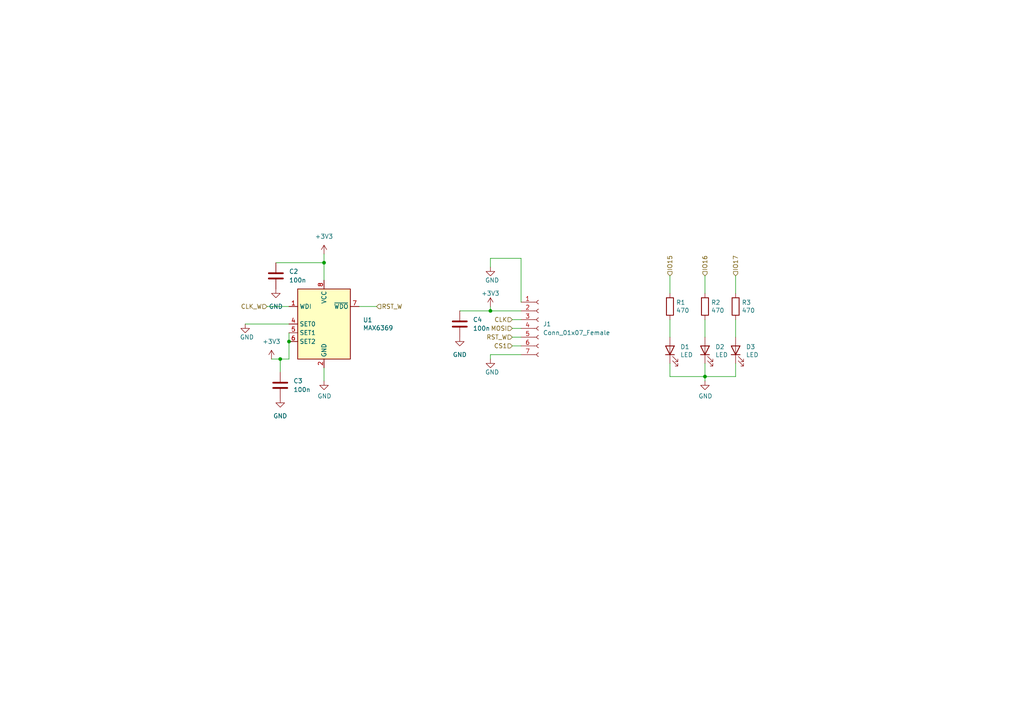
<source format=kicad_sch>
(kicad_sch (version 20211123) (generator eeschema)
  (paper "A4")
  (lib_symbols
    (symbol "Connector:Conn_01x07_Female" (pin_names (offset 1.016) hide)
      (property "Reference" "J" (at 0 10.16 0))
      (property "Value" "Conn_01x07_Female" (at 0 -10.16 0))
      (symbol "Conn_01x07_Female_1_1"
        (arc (start 0 -7.112) (mid -0.508 -7.62) (end 0 -8.128) (stroke (width 0.1524)))
        (arc (start 0 -4.572) (mid -0.508 -5.08) (end 0 -5.588) (stroke (width 0.1524)))
        (arc (start 0 -2.032) (mid -0.508 -2.54) (end 0 -3.048) (stroke (width 0.1524)))
        (polyline (pts (xy -1.27 -7.62) (xy -0.508 -7.62)) (stroke (width 0.1524)))
        (polyline (pts (xy -1.27 -5.08) (xy -0.508 -5.08)) (stroke (width 0.1524)))
        (polyline (pts (xy -1.27 -2.54) (xy -0.508 -2.54)) (stroke (width 0.1524)))
        (polyline (pts (xy -1.27 0) (xy -0.508 0)) (stroke (width 0.1524)))
        (polyline (pts (xy -1.27 2.54) (xy -0.508 2.54)) (stroke (width 0.1524)))
        (polyline (pts (xy -1.27 5.08) (xy -0.508 5.08)) (stroke (width 0.1524)))
        (polyline (pts (xy -1.27 7.62) (xy -0.508 7.62)) (stroke (width 0.1524)))
        (arc (start 0 0.508) (mid -0.508 0) (end 0 -0.508) (stroke (width 0.1524)))
        (arc (start 0 3.048) (mid -0.508 2.54) (end 0 2.032) (stroke (width 0.1524)))
        (arc (start 0 5.588) (mid -0.508 5.08) (end 0 4.572) (stroke (width 0.1524)))
        (arc (start 0 8.128) (mid -0.508 7.62) (end 0 7.112) (stroke (width 0.1524)))
        (pin passive line (at -5.08 7.62 0) (length 3.81) (name "Pin_1") (number "1"))
        (pin passive line (at -5.08 5.08 0) (length 3.81) (name "Pin_2") (number "2"))
        (pin passive line (at -5.08 2.54 0) (length 3.81) (name "Pin_3") (number "3"))
        (pin passive line (at -5.08 0 0) (length 3.81) (name "Pin_4") (number "4"))
        (pin passive line (at -5.08 -2.54 0) (length 3.81) (name "Pin_5") (number "5"))
        (pin passive line (at -5.08 -5.08 0) (length 3.81) (name "Pin_6") (number "6"))
        (pin passive line (at -5.08 -7.62 0) (length 3.81) (name "Pin_7") (number "7"))
      )
    )
    (symbol "Device:C" (pin_numbers hide) (pin_names (offset 0.254))
      (property "Reference" "C" (at 0.635 2.54 0))
      (property "Value" "C" (at 0.635 -2.54 0))
      (symbol "C_0_1"
        (polyline (pts (xy -2.032 -0.762) (xy 2.032 -0.762)) (stroke (width 0.508)))
        (polyline (pts (xy -2.032 0.762) (xy 2.032 0.762)) (stroke (width 0.508)))
      )
      (symbol "C_1_1"
        (pin passive line (at 0 3.81 270) (length 2.794) (name "~") (number "1"))
        (pin passive line (at 0 -3.81 90) (length 2.794) (name "~") (number "2"))
      )
    )
    (symbol "Device:LED" (pin_numbers hide) (pin_names (offset 1.016) hide)
      (property "Reference" "D" (at 0 2.54 0))
      (property "Value" "LED" (at 0 -2.54 0))
      (symbol "LED_0_1"
        (polyline (pts (xy -1.27 -1.27) (xy -1.27 1.27)) (stroke (width 0.254)))
        (polyline (pts (xy -1.27 0) (xy 1.27 0)))
        (polyline (pts (xy 1.27 -1.27) (xy 1.27 1.27) (xy -1.27 0) (xy 1.27 -1.27)) (stroke (width 0.254)))
        (polyline (pts (xy -3.048 -0.762) (xy -4.572 -2.286) (xy -3.81 -2.286) (xy -4.572 -2.286) (xy -4.572 -1.524)))
        (polyline (pts (xy -1.778 -0.762) (xy -3.302 -2.286) (xy -2.54 -2.286) (xy -3.302 -2.286) (xy -3.302 -1.524)))
      )
      (symbol "LED_1_1"
        (pin passive line (at -3.81 0 0) (length 2.54) (name "K") (number "1"))
        (pin passive line (at 3.81 0 180) (length 2.54) (name "A") (number "2"))
      )
    )
    (symbol "Device:R" (pin_numbers hide) (pin_names (offset 0))
      (property "Reference" "R" (at 2.032 0 90))
      (property "Value" "R" (at 0 0 90))
      (symbol "R_0_1"
        (rectangle (start -1.016 -2.54) (end 1.016 2.54) (stroke (width 0.254)))
      )
      (symbol "R_1_1"
        (pin passive line (at 0 3.81 270) (length 1.27) (name "~") (number "1"))
        (pin passive line (at 0 -3.81 90) (length 1.27) (name "~") (number "2"))
      )
    )
    (symbol "Power_Supervisor:MAX6369"
      (property "Reference" "U" (at -3.556 13.462 0))
      (property "Value" "MAX6369" (at -6.604 11.43 0))
      (symbol "MAX6369_0_1"
        (rectangle (start -7.62 10.16) (end 7.62 -10.16) (stroke (width 0.254)) (fill (type background)))
      )
      (symbol "MAX6369_1_1"
        (pin input line (at -10.16 5.08 0) (length 2.54) (name "WDI") (number "1"))
        (pin power_in line (at 0 -12.7 90) (length 2.54) (name "GND") (number "2"))
        (pin no_connect line (at 7.62 -5.08 180) (length 2.54) hide (name "NC") (number "3"))
        (pin input line (at -10.16 0 0) (length 2.54) (name "SET0") (number "4"))
        (pin input line (at -10.16 -2.54 0) (length 2.54) (name "SET1") (number "5"))
        (pin input line (at -10.16 -5.08 0) (length 2.54) (name "SET2") (number "6"))
        (pin open_collector line (at 10.16 5.08 180) (length 2.54) (name "~{WDO}") (number "7"))
        (pin power_in line (at 0 12.7 270) (length 2.54) (name "VCC") (number "8"))
      )
    )
    (symbol "power:+3.3V" (power) (pin_names (offset 0))
      (property "Value" "+3.3V" (at 0 3.556 0))
      (symbol "+3.3V_0_1"
        (polyline (pts (xy -0.762 1.27) (xy 0 2.54)))
        (polyline (pts (xy 0 0) (xy 0 2.54)))
        (polyline (pts (xy 0 2.54) (xy 0.762 1.27)))
      )
      (symbol "+3.3V_1_1"
        (pin power_in line (at 0 0 90) (length 0) hide (name "+3V3") (number "1"))
      )
    )
    (symbol "power:GND" (power) (pin_names (offset 0))
      (property "Value" "GND" (at 0 -3.81 0))
      (symbol "GND_0_1"
        (polyline (pts (xy 0 0) (xy 0 -1.27) (xy 1.27 -1.27) (xy 0 -2.54) (xy -1.27 -1.27) (xy 0 -1.27)))
      )
      (symbol "GND_1_1"
        (pin power_in line (at 0 0 270) (length 0) hide (name "GND") (number "1"))
      )
    )
  )
  (junction (at 93.98 76.2))
  (junction (at 81.28 104.14))
  (junction (at 83.82 99.06))
  (junction (at 204.47 109.22))
  (junction (at 142.24 90.17))
  (wire (pts (xy 151.13 90.17) (xy 142.24 90.17)))
  (wire (pts (xy 204.47 97.79) (xy 204.47 92.71)))
  (wire (pts (xy 213.36 109.22) (xy 204.47 109.22)))
  (wire (pts (xy 104.14 88.9) (xy 109.22 88.9)))
  (wire (pts (xy 213.36 105.41) (xy 213.36 109.22)))
  (wire (pts (xy 142.24 74.93) (xy 151.13 74.93)))
  (wire (pts (xy 133.35 90.17) (xy 142.24 90.17)))
  (wire (pts (xy 151.13 102.87) (xy 142.24 102.87)))
  (wire (pts (xy 142.24 74.93) (xy 142.24 77.47)))
  (wire (pts (xy 93.98 110.49) (xy 93.98 106.68)))
  (wire (pts (xy 81.28 104.14) (xy 81.28 107.95)))
  (wire (pts (xy 80.01 76.2) (xy 93.98 76.2)))
  (wire (pts (xy 213.36 85.09) (xy 213.36 80.01)))
  (wire (pts (xy 204.47 109.22) (xy 204.47 110.49)))
  (wire (pts (xy 194.31 105.41) (xy 194.31 109.22)))
  (wire (pts (xy 77.47 88.9) (xy 83.82 88.9)))
  (wire (pts (xy 148.59 92.71) (xy 151.13 92.71)))
  (wire (pts (xy 83.82 104.14) (xy 83.82 99.06)))
  (wire (pts (xy 213.36 97.79) (xy 213.36 92.71)))
  (wire (pts (xy 204.47 105.41) (xy 204.47 109.22)))
  (wire (pts (xy 78.74 104.14) (xy 81.28 104.14)))
  (wire (pts (xy 148.59 95.25) (xy 151.13 95.25)))
  (wire (pts (xy 194.31 85.09) (xy 194.31 80.01)))
  (wire (pts (xy 194.31 97.79) (xy 194.31 92.71)))
  (wire (pts (xy 204.47 85.09) (xy 204.47 80.01)))
  (wire (pts (xy 71.12 93.98) (xy 83.82 93.98)))
  (wire (pts (xy 148.59 97.79) (xy 151.13 97.79)))
  (wire (pts (xy 93.98 76.2) (xy 93.98 81.28)))
  (wire (pts (xy 83.82 96.52) (xy 83.82 99.06)))
  (wire (pts (xy 148.59 100.33) (xy 151.13 100.33)))
  (wire (pts (xy 151.13 74.93) (xy 151.13 87.63)))
  (wire (pts (xy 194.31 109.22) (xy 204.47 109.22)))
  (wire (pts (xy 142.24 90.17) (xy 142.24 88.9)))
  (wire (pts (xy 81.28 104.14) (xy 83.82 104.14)))
  (wire (pts (xy 142.24 102.87) (xy 142.24 104.14)))
  (wire (pts (xy 93.98 73.66) (xy 93.98 76.2)))
  (hierarchical_label "MOSI" (shape input) (at 148.59 95.25 180))
  (hierarchical_label "CLK" (shape input) (at 148.59 92.71 180))
  (hierarchical_label "CLK_W" (shape input) (at 77.47 88.9 180))
  (hierarchical_label "RST_W" (shape input) (at 148.59 97.79 180))
  (hierarchical_label "IO16" (shape input) (at 204.47 80.01 90))
  (hierarchical_label "CS1" (shape input) (at 148.59 100.33 180))
  (hierarchical_label "IO17" (shape input) (at 213.36 80.01 90))
  (hierarchical_label "RST_W" (shape input) (at 109.22 88.9 0))
  (hierarchical_label "IO15" (shape input) (at 194.31 80.01 90))
  (symbol (lib_id "Device:C") (at 133.35 93.98 0) (unit 1)
    (property "Reference" "C4" (at 137.16 92.7099 0) (effects (justify left)))
    (property "Value" "100n" (at 137.16 95.2499 0) (effects (justify left)))
  )
  (symbol (lib_id "power:GND") (at 71.12 93.98 0) (unit 1)
    (property "Reference" "#PWR?" (effects hide))
    (property "Value" "GND" (at 73.66 97.79 0) (effects (justify right)))
  )
  (symbol (lib_id "Device:LED") (at 213.36 101.6 90) (unit 1)
    (property "Reference" "D3" (at 216.3572 100.6094 90) (effects (justify right)))
    (property "Value" "LED" (at 216.3572 102.9208 90) (effects (justify right)))
    (property "Footprint" "LED_SMD:LED_0805_2012Metric_Pad1.15x1.40mm_HandSolder" (effects hide))
  )
  (symbol (lib_id "Power_Supervisor:MAX6369") (at 93.98 93.98 0) (unit 1)
    (property "Reference" "U1" (at 105.2576 92.8116 0) (effects (justify left)))
    (property "Value" "MAX6369" (at 105.2576 95.123 0) (effects (justify left)))
    (property "Footprint" "Package_TO_SOT_SMD:SOT-23-8" (effects hide))
    (property "Datasheet" "https://datasheets.maximintegrated.com/en/ds/MAX6369-MAX6374.pdf" (effects hide))
  )
  (symbol (lib_id "Device:R") (at 204.47 88.9 0) (unit 1)
    (property "Reference" "R2" (at 206.248 87.7316 0) (effects (justify left)))
    (property "Value" "470" (at 206.248 90.043 0) (effects (justify left)))
    (property "Footprint" "Resistor_SMD:R_0805_2012Metric_Pad1.20x1.40mm_HandSolder" (effects hide))
  )
  (symbol (lib_id "Device:C") (at 81.28 111.76 0) (unit 1)
    (property "Reference" "C3" (at 85.09 110.4899 0) (effects (justify left)))
    (property "Value" "100n" (at 85.09 113.0299 0) (effects (justify left)))
  )
  (symbol (lib_id "power:GND") (at 133.35 97.79 0) (unit 1)
    (property "Reference" "#PWR?" (effects hide))
    (property "Value" "GND" (at 133.35 102.87 0))
  )
  (symbol (lib_id "power:GND") (at 142.24 104.14 0) (unit 1)
    (property "Reference" "#PWR?" (effects hide))
    (property "Value" "GND" (at 144.78 107.95 0) (effects (justify right)))
  )
  (symbol (lib_id "Device:R") (at 213.36 88.9 0) (unit 1)
    (property "Reference" "R3" (at 215.138 87.7316 0) (effects (justify left)))
    (property "Value" "470" (at 215.138 90.043 0) (effects (justify left)))
    (property "Footprint" "Resistor_SMD:R_0805_2012Metric_Pad1.20x1.40mm_HandSolder" (effects hide))
  )
  (symbol (lib_id "Device:R") (at 194.31 88.9 0) (unit 1)
    (property "Reference" "R1" (at 196.088 87.7316 0) (effects (justify left)))
    (property "Value" "470" (at 196.088 90.043 0) (effects (justify left)))
    (property "Footprint" "Resistor_SMD:R_0805_2012Metric_Pad1.20x1.40mm_HandSolder" (effects hide))
  )
  (symbol (lib_id "power:GND") (at 142.24 77.47 0) (unit 1)
    (property "Reference" "#PWR?" (effects hide))
    (property "Value" "GND" (at 144.78 81.28 0) (effects (justify right)))
  )
  (symbol (lib_id "power:+3.3V") (at 93.98 73.66 0) (unit 1)
    (property "Reference" "#PWR?" (effects hide))
    (property "Value" "+3.3V" (at 93.98 68.58 0))
  )
  (symbol (lib_id "Device:LED") (at 204.47 101.6 90) (unit 1)
    (property "Reference" "D2" (at 207.4672 100.6094 90) (effects (justify right)))
    (property "Value" "LED" (at 207.4672 102.9208 90) (effects (justify right)))
    (property "Footprint" "LED_SMD:LED_0805_2012Metric_Pad1.15x1.40mm_HandSolder" (effects hide))
  )
  (symbol (lib_id "power:GND") (at 81.28 115.57 0) (unit 1)
    (property "Reference" "#PWR?" (effects hide))
    (property "Value" "GND" (at 81.28 120.65 0))
  )
  (symbol (lib_id "power:GND") (at 93.98 110.49 0) (unit 1)
    (property "Reference" "#PWR?" (effects hide))
    (property "Value" "GND" (at 94.107 114.8842 0))
  )
  (symbol (lib_id "power:GND") (at 204.47 110.49 0) (unit 1)
    (property "Reference" "#PWR?" (effects hide))
    (property "Value" "GND" (at 204.597 114.8842 0))
  )
  (symbol (lib_id "power:GND") (at 80.01 83.82 0) (unit 1)
    (property "Reference" "#PWR?" (effects hide))
    (property "Value" "GND" (at 80.01 88.9 0))
  )
  (symbol (lib_id "Device:LED") (at 194.31 101.6 90) (unit 1)
    (property "Reference" "D1" (at 197.3072 100.6094 90) (effects (justify right)))
    (property "Value" "LED" (at 197.3072 102.9208 90) (effects (justify right)))
    (property "Footprint" "LED_SMD:LED_0805_2012Metric_Pad1.15x1.40mm_HandSolder" (effects hide))
  )
  (symbol (lib_id "power:+3.3V") (at 78.74 104.14 0) (unit 1)
    (property "Reference" "#PWR?" (effects hide))
    (property "Value" "+3.3V" (at 78.74 99.06 0))
  )
  (symbol (lib_id "power:+3.3V") (at 142.24 88.9 0) (unit 1)
    (property "Reference" "#PWR?" (effects hide))
    (property "Value" "+3.3V" (at 142.24 85.09 0))
  )
  (symbol (lib_id "Connector:Conn_01x07_Female") (at 156.21 95.25 0) (unit 1)
    (property "Reference" "J1" (at 157.48 93.9799 0) (effects (justify left)))
    (property "Value" "Conn_01x07_Female" (at 157.48 96.5199 0) (effects (justify left)))
    (property "Footprint" "Connector_PinSocket_2.54mm:PinSocket_1x07_P2.54mm_Vertical" (effects hide))
  )
  (symbol (lib_id "Device:C") (at 80.01 80.01 0) (unit 1)
    (property "Reference" "C2" (at 83.82 78.7399 0) (effects (justify left)))
    (property "Value" "100n" (at 83.82 81.2799 0) (effects (justify left)))
  )
)
</source>
